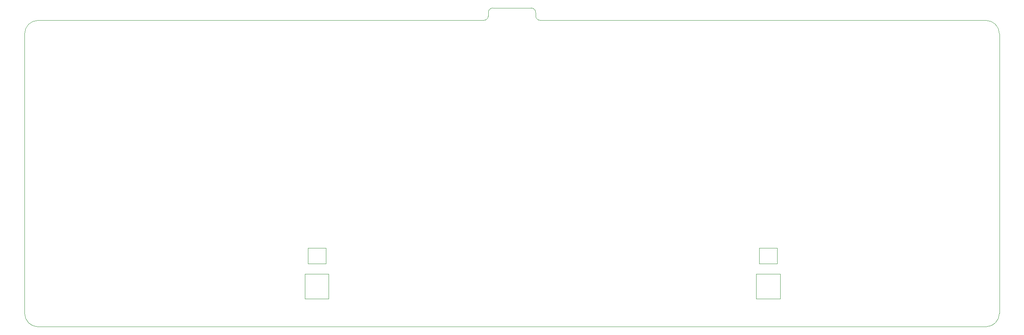
<source format=gbr>
%TF.GenerationSoftware,KiCad,Pcbnew,(5.99.0-9650-gad505e29c0)*%
%TF.CreationDate,2021-03-23T23:02:50-07:00*%
%TF.ProjectId,Choc40,43686f63-3430-42e6-9b69-6361645f7063,rev?*%
%TF.SameCoordinates,Original*%
%TF.FileFunction,Profile,NP*%
%FSLAX46Y46*%
G04 Gerber Fmt 4.6, Leading zero omitted, Abs format (unit mm)*
G04 Created by KiCad (PCBNEW (5.99.0-9650-gad505e29c0)) date 2021-03-23 23:02:50*
%MOMM*%
%LPD*%
G01*
G04 APERTURE LIST*
%TA.AperFunction,Profile*%
%ADD10C,0.100000*%
%TD*%
%TA.AperFunction,Profile*%
%ADD11C,0.120000*%
%TD*%
G04 APERTURE END LIST*
D10*
X241000000Y-90000000D02*
X241000000Y-28000000D01*
X28000000Y-93000000D02*
X238000000Y-93000000D01*
X127750000Y-24000000D02*
X127750000Y-23250000D01*
X28000000Y-93000000D02*
G75*
G02*
X25000000Y-90000000I0J3000000D01*
G01*
X238000000Y-25000000D02*
G75*
G02*
X241000000Y-28000000I0J-3000000D01*
G01*
X127750000Y-24000000D02*
G75*
G02*
X126750000Y-25000000I-1000000J0D01*
G01*
X127750000Y-23250000D02*
G75*
G02*
X128750000Y-22250000I1000000J0D01*
G01*
X138250000Y-23250000D02*
X138250000Y-24000000D01*
X137250000Y-22250000D02*
G75*
G02*
X138250000Y-23250000I0J-1000000D01*
G01*
X241000000Y-90000000D02*
G75*
G02*
X238000000Y-93000000I-3000000J0D01*
G01*
X25000000Y-28000000D02*
G75*
G02*
X28000000Y-25000000I3000000J0D01*
G01*
X25000000Y-28000000D02*
X25000000Y-90000000D01*
X128750000Y-22250000D02*
X137250000Y-22250000D01*
X139250000Y-25000000D02*
G75*
G02*
X138250000Y-24000000I0J1000000D01*
G01*
X126750000Y-25000000D02*
X28000000Y-25000000D01*
X238000000Y-25000000D02*
X139250000Y-25000000D01*
D11*
%TO.C,SW38*%
X187100000Y-81300000D02*
X187100000Y-86800000D01*
X191750000Y-79000000D02*
X191750000Y-75500000D01*
X87750000Y-75500000D02*
X91750000Y-75500000D01*
X187100000Y-86800000D02*
X192400000Y-86800000D01*
X87750000Y-79000000D02*
X91750000Y-79000000D01*
X187100000Y-81300000D02*
X192400000Y-81300000D01*
X87100000Y-81300000D02*
X87100000Y-86800000D01*
X192400000Y-86800000D02*
X192400000Y-81300000D01*
X87100000Y-86800000D02*
X92400000Y-86800000D01*
X92400000Y-86800000D02*
X92400000Y-81300000D01*
X87100000Y-81300000D02*
X92400000Y-81300000D01*
X91750000Y-79000000D02*
X91750000Y-75500000D01*
X187750000Y-75500000D02*
X187750000Y-79000000D01*
X187750000Y-79000000D02*
X191750000Y-79000000D01*
X87750000Y-75500000D02*
X87750000Y-79000000D01*
X187750000Y-75500000D02*
X191750000Y-75500000D01*
%TD*%
M02*

</source>
